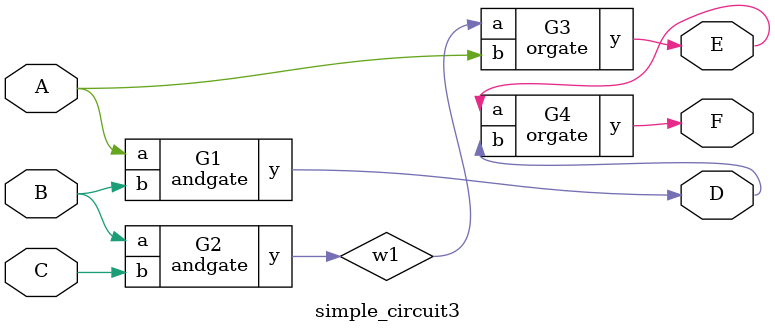
<source format=v>
module andgate(a,b,y);
    input a,b;
    output y;
    assign y = a & b;
endmodule
module notgate (a,y);
    input a;
    output y;
    assign y = !a;
endmodule
module orgate (a,b,y);
    input a,b;
    output y;
    assign y = a | b;
endmodule
module simple_circuit3(A,B,C,D,E,F,);
    output D,E,F;
    input A,B,C;
    wire w1; // tells that w1 and w2 is an output
    andgate G1(A,B,D);
    andgate G2(B,C,w1); // A and B are input while w1 is the output
    orgate G3(w1,A,E); // w1 and E are input while D is output
    orgate G4(E,D,F);
endmodule
</source>
